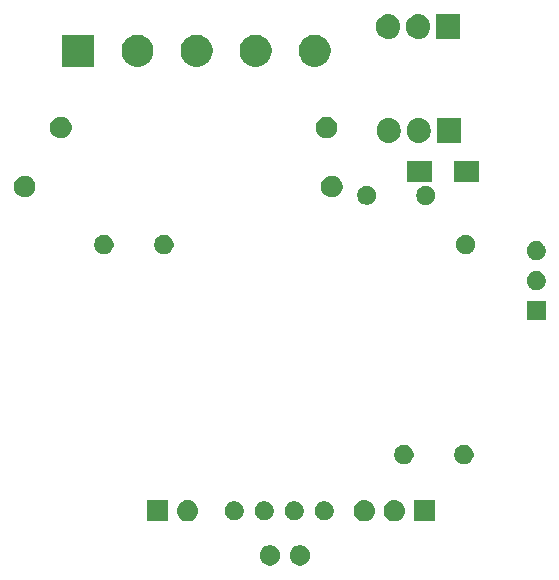
<source format=gbr>
G04 #@! TF.GenerationSoftware,KiCad,Pcbnew,(5.1.2)-2*
G04 #@! TF.CreationDate,2019-09-14T17:44:16+02:00*
G04 #@! TF.ProjectId,Inwall_Bot,496e7761-6c6c-45f4-926f-742e6b696361,rev?*
G04 #@! TF.SameCoordinates,Original*
G04 #@! TF.FileFunction,Soldermask,Bot*
G04 #@! TF.FilePolarity,Negative*
%FSLAX46Y46*%
G04 Gerber Fmt 4.6, Leading zero omitted, Abs format (unit mm)*
G04 Created by KiCad (PCBNEW (5.1.2)-2) date 2019-09-14 17:44:16*
%MOMM*%
%LPD*%
G04 APERTURE LIST*
%ADD10C,0.100000*%
G04 APERTURE END LIST*
D10*
G36*
X-70133212Y-73447144D02*
G01*
X-69976156Y-73512199D01*
X-69834809Y-73606644D01*
X-69714604Y-73726849D01*
X-69620159Y-73868196D01*
X-69555104Y-74025252D01*
X-69521940Y-74191982D01*
X-69521940Y-74361978D01*
X-69555104Y-74528708D01*
X-69620159Y-74685764D01*
X-69714604Y-74827111D01*
X-69834809Y-74947316D01*
X-69976156Y-75041761D01*
X-69976157Y-75041762D01*
X-69976158Y-75041762D01*
X-70133212Y-75106816D01*
X-70299941Y-75139980D01*
X-70469939Y-75139980D01*
X-70636668Y-75106816D01*
X-70793722Y-75041762D01*
X-70793723Y-75041762D01*
X-70793724Y-75041761D01*
X-70935071Y-74947316D01*
X-71055276Y-74827111D01*
X-71149721Y-74685764D01*
X-71214776Y-74528708D01*
X-71247940Y-74361978D01*
X-71247940Y-74191982D01*
X-71214776Y-74025252D01*
X-71149721Y-73868196D01*
X-71055276Y-73726849D01*
X-70935071Y-73606644D01*
X-70793724Y-73512199D01*
X-70636668Y-73447144D01*
X-70469939Y-73413980D01*
X-70299941Y-73413980D01*
X-70133212Y-73447144D01*
X-70133212Y-73447144D01*
G37*
G36*
X-72673212Y-73447144D02*
G01*
X-72516156Y-73512199D01*
X-72374809Y-73606644D01*
X-72254604Y-73726849D01*
X-72160159Y-73868196D01*
X-72095104Y-74025252D01*
X-72061940Y-74191982D01*
X-72061940Y-74361978D01*
X-72095104Y-74528708D01*
X-72160159Y-74685764D01*
X-72254604Y-74827111D01*
X-72374809Y-74947316D01*
X-72516156Y-75041761D01*
X-72516157Y-75041762D01*
X-72516158Y-75041762D01*
X-72673212Y-75106816D01*
X-72839941Y-75139980D01*
X-73009939Y-75139980D01*
X-73176668Y-75106816D01*
X-73333722Y-75041762D01*
X-73333723Y-75041762D01*
X-73333724Y-75041761D01*
X-73475071Y-74947316D01*
X-73595276Y-74827111D01*
X-73689721Y-74685764D01*
X-73754776Y-74528708D01*
X-73787940Y-74361978D01*
X-73787940Y-74191982D01*
X-73754776Y-74025252D01*
X-73689721Y-73868196D01*
X-73595276Y-73726849D01*
X-73475071Y-73606644D01*
X-73333724Y-73512199D01*
X-73176668Y-73447144D01*
X-73009939Y-73413980D01*
X-72839941Y-73413980D01*
X-72673212Y-73447144D01*
X-72673212Y-73447144D01*
G37*
G36*
X-81524000Y-71401000D02*
G01*
X-83326000Y-71401000D01*
X-83326000Y-69599000D01*
X-81524000Y-69599000D01*
X-81524000Y-71401000D01*
X-81524000Y-71401000D01*
G37*
G36*
X-64819558Y-69605518D02*
G01*
X-64753373Y-69612037D01*
X-64583534Y-69663557D01*
X-64427009Y-69747222D01*
X-64391271Y-69776552D01*
X-64289814Y-69859814D01*
X-64206552Y-69961271D01*
X-64177222Y-69997009D01*
X-64093557Y-70153534D01*
X-64042037Y-70323373D01*
X-64024641Y-70500000D01*
X-64042037Y-70676627D01*
X-64093557Y-70846466D01*
X-64177222Y-71002991D01*
X-64189749Y-71018255D01*
X-64289814Y-71140186D01*
X-64387643Y-71220471D01*
X-64427009Y-71252778D01*
X-64583534Y-71336443D01*
X-64753373Y-71387963D01*
X-64819557Y-71394481D01*
X-64885740Y-71401000D01*
X-64974260Y-71401000D01*
X-65040443Y-71394481D01*
X-65106627Y-71387963D01*
X-65276466Y-71336443D01*
X-65432991Y-71252778D01*
X-65472357Y-71220471D01*
X-65570186Y-71140186D01*
X-65670251Y-71018255D01*
X-65682778Y-71002991D01*
X-65766443Y-70846466D01*
X-65817963Y-70676627D01*
X-65835359Y-70500000D01*
X-65817963Y-70323373D01*
X-65766443Y-70153534D01*
X-65682778Y-69997009D01*
X-65653448Y-69961271D01*
X-65570186Y-69859814D01*
X-65468729Y-69776552D01*
X-65432991Y-69747222D01*
X-65276466Y-69663557D01*
X-65106627Y-69612037D01*
X-65040442Y-69605518D01*
X-64974260Y-69599000D01*
X-64885740Y-69599000D01*
X-64819558Y-69605518D01*
X-64819558Y-69605518D01*
G37*
G36*
X-62279558Y-69605518D02*
G01*
X-62213373Y-69612037D01*
X-62043534Y-69663557D01*
X-61887009Y-69747222D01*
X-61851271Y-69776552D01*
X-61749814Y-69859814D01*
X-61666552Y-69961271D01*
X-61637222Y-69997009D01*
X-61553557Y-70153534D01*
X-61502037Y-70323373D01*
X-61484641Y-70500000D01*
X-61502037Y-70676627D01*
X-61553557Y-70846466D01*
X-61637222Y-71002991D01*
X-61649749Y-71018255D01*
X-61749814Y-71140186D01*
X-61847643Y-71220471D01*
X-61887009Y-71252778D01*
X-62043534Y-71336443D01*
X-62213373Y-71387963D01*
X-62279557Y-71394481D01*
X-62345740Y-71401000D01*
X-62434260Y-71401000D01*
X-62500443Y-71394481D01*
X-62566627Y-71387963D01*
X-62736466Y-71336443D01*
X-62892991Y-71252778D01*
X-62932357Y-71220471D01*
X-63030186Y-71140186D01*
X-63130251Y-71018255D01*
X-63142778Y-71002991D01*
X-63226443Y-70846466D01*
X-63277963Y-70676627D01*
X-63295359Y-70500000D01*
X-63277963Y-70323373D01*
X-63226443Y-70153534D01*
X-63142778Y-69997009D01*
X-63113448Y-69961271D01*
X-63030186Y-69859814D01*
X-62928729Y-69776552D01*
X-62892991Y-69747222D01*
X-62736466Y-69663557D01*
X-62566627Y-69612037D01*
X-62500442Y-69605518D01*
X-62434260Y-69599000D01*
X-62345740Y-69599000D01*
X-62279558Y-69605518D01*
X-62279558Y-69605518D01*
G37*
G36*
X-58949000Y-71401000D02*
G01*
X-60751000Y-71401000D01*
X-60751000Y-69599000D01*
X-58949000Y-69599000D01*
X-58949000Y-71401000D01*
X-58949000Y-71401000D01*
G37*
G36*
X-79774558Y-69605518D02*
G01*
X-79708373Y-69612037D01*
X-79538534Y-69663557D01*
X-79382009Y-69747222D01*
X-79346271Y-69776552D01*
X-79244814Y-69859814D01*
X-79161552Y-69961271D01*
X-79132222Y-69997009D01*
X-79048557Y-70153534D01*
X-78997037Y-70323373D01*
X-78979641Y-70500000D01*
X-78997037Y-70676627D01*
X-79048557Y-70846466D01*
X-79132222Y-71002991D01*
X-79144749Y-71018255D01*
X-79244814Y-71140186D01*
X-79342643Y-71220471D01*
X-79382009Y-71252778D01*
X-79538534Y-71336443D01*
X-79708373Y-71387963D01*
X-79774557Y-71394481D01*
X-79840740Y-71401000D01*
X-79929260Y-71401000D01*
X-79995443Y-71394481D01*
X-80061627Y-71387963D01*
X-80231466Y-71336443D01*
X-80387991Y-71252778D01*
X-80427357Y-71220471D01*
X-80525186Y-71140186D01*
X-80625251Y-71018255D01*
X-80637778Y-71002991D01*
X-80721443Y-70846466D01*
X-80772963Y-70676627D01*
X-80790359Y-70500000D01*
X-80772963Y-70323373D01*
X-80721443Y-70153534D01*
X-80637778Y-69997009D01*
X-80608448Y-69961271D01*
X-80525186Y-69859814D01*
X-80423729Y-69776552D01*
X-80387991Y-69747222D01*
X-80231466Y-69663557D01*
X-80061627Y-69612037D01*
X-79995442Y-69605518D01*
X-79929260Y-69599000D01*
X-79840740Y-69599000D01*
X-79774558Y-69605518D01*
X-79774558Y-69605518D01*
G37*
G36*
X-75707858Y-69718242D02*
G01*
X-75559899Y-69779529D01*
X-75426745Y-69868499D01*
X-75313499Y-69981745D01*
X-75224529Y-70114899D01*
X-75163242Y-70262858D01*
X-75132000Y-70419925D01*
X-75132000Y-70580075D01*
X-75163242Y-70737142D01*
X-75224529Y-70885101D01*
X-75313499Y-71018255D01*
X-75426745Y-71131501D01*
X-75559899Y-71220471D01*
X-75707858Y-71281758D01*
X-75864925Y-71313000D01*
X-76025075Y-71313000D01*
X-76182142Y-71281758D01*
X-76330101Y-71220471D01*
X-76463255Y-71131501D01*
X-76576501Y-71018255D01*
X-76665471Y-70885101D01*
X-76726758Y-70737142D01*
X-76758000Y-70580075D01*
X-76758000Y-70419925D01*
X-76726758Y-70262858D01*
X-76665471Y-70114899D01*
X-76576501Y-69981745D01*
X-76463255Y-69868499D01*
X-76330101Y-69779529D01*
X-76182142Y-69718242D01*
X-76025075Y-69687000D01*
X-75864925Y-69687000D01*
X-75707858Y-69718242D01*
X-75707858Y-69718242D01*
G37*
G36*
X-68087858Y-69718242D02*
G01*
X-67939899Y-69779529D01*
X-67806745Y-69868499D01*
X-67693499Y-69981745D01*
X-67604529Y-70114899D01*
X-67543242Y-70262858D01*
X-67512000Y-70419925D01*
X-67512000Y-70580075D01*
X-67543242Y-70737142D01*
X-67604529Y-70885101D01*
X-67693499Y-71018255D01*
X-67806745Y-71131501D01*
X-67939899Y-71220471D01*
X-68087858Y-71281758D01*
X-68244925Y-71313000D01*
X-68405075Y-71313000D01*
X-68562142Y-71281758D01*
X-68710101Y-71220471D01*
X-68843255Y-71131501D01*
X-68956501Y-71018255D01*
X-69045471Y-70885101D01*
X-69106758Y-70737142D01*
X-69138000Y-70580075D01*
X-69138000Y-70419925D01*
X-69106758Y-70262858D01*
X-69045471Y-70114899D01*
X-68956501Y-69981745D01*
X-68843255Y-69868499D01*
X-68710101Y-69779529D01*
X-68562142Y-69718242D01*
X-68405075Y-69687000D01*
X-68244925Y-69687000D01*
X-68087858Y-69718242D01*
X-68087858Y-69718242D01*
G37*
G36*
X-70627858Y-69718242D02*
G01*
X-70479899Y-69779529D01*
X-70346745Y-69868499D01*
X-70233499Y-69981745D01*
X-70144529Y-70114899D01*
X-70083242Y-70262858D01*
X-70052000Y-70419925D01*
X-70052000Y-70580075D01*
X-70083242Y-70737142D01*
X-70144529Y-70885101D01*
X-70233499Y-71018255D01*
X-70346745Y-71131501D01*
X-70479899Y-71220471D01*
X-70627858Y-71281758D01*
X-70784925Y-71313000D01*
X-70945075Y-71313000D01*
X-71102142Y-71281758D01*
X-71250101Y-71220471D01*
X-71383255Y-71131501D01*
X-71496501Y-71018255D01*
X-71585471Y-70885101D01*
X-71646758Y-70737142D01*
X-71678000Y-70580075D01*
X-71678000Y-70419925D01*
X-71646758Y-70262858D01*
X-71585471Y-70114899D01*
X-71496501Y-69981745D01*
X-71383255Y-69868499D01*
X-71250101Y-69779529D01*
X-71102142Y-69718242D01*
X-70945075Y-69687000D01*
X-70784925Y-69687000D01*
X-70627858Y-69718242D01*
X-70627858Y-69718242D01*
G37*
G36*
X-73167858Y-69718242D02*
G01*
X-73019899Y-69779529D01*
X-72886745Y-69868499D01*
X-72773499Y-69981745D01*
X-72684529Y-70114899D01*
X-72623242Y-70262858D01*
X-72592000Y-70419925D01*
X-72592000Y-70580075D01*
X-72623242Y-70737142D01*
X-72684529Y-70885101D01*
X-72773499Y-71018255D01*
X-72886745Y-71131501D01*
X-73019899Y-71220471D01*
X-73167858Y-71281758D01*
X-73324925Y-71313000D01*
X-73485075Y-71313000D01*
X-73642142Y-71281758D01*
X-73790101Y-71220471D01*
X-73923255Y-71131501D01*
X-74036501Y-71018255D01*
X-74125471Y-70885101D01*
X-74186758Y-70737142D01*
X-74218000Y-70580075D01*
X-74218000Y-70419925D01*
X-74186758Y-70262858D01*
X-74125471Y-70114899D01*
X-74036501Y-69981745D01*
X-73923255Y-69868499D01*
X-73790101Y-69779529D01*
X-73642142Y-69718242D01*
X-73485075Y-69687000D01*
X-73324925Y-69687000D01*
X-73167858Y-69718242D01*
X-73167858Y-69718242D01*
G37*
G36*
X-56247858Y-64958242D02*
G01*
X-56099899Y-65019529D01*
X-55966745Y-65108499D01*
X-55853499Y-65221745D01*
X-55764529Y-65354899D01*
X-55703242Y-65502858D01*
X-55672000Y-65659925D01*
X-55672000Y-65820075D01*
X-55703242Y-65977142D01*
X-55764529Y-66125101D01*
X-55853499Y-66258255D01*
X-55966745Y-66371501D01*
X-56099899Y-66460471D01*
X-56247858Y-66521758D01*
X-56404925Y-66553000D01*
X-56565075Y-66553000D01*
X-56722142Y-66521758D01*
X-56870101Y-66460471D01*
X-57003255Y-66371501D01*
X-57116501Y-66258255D01*
X-57205471Y-66125101D01*
X-57266758Y-65977142D01*
X-57298000Y-65820075D01*
X-57298000Y-65659925D01*
X-57266758Y-65502858D01*
X-57205471Y-65354899D01*
X-57116501Y-65221745D01*
X-57003255Y-65108499D01*
X-56870101Y-65019529D01*
X-56722142Y-64958242D01*
X-56565075Y-64927000D01*
X-56404925Y-64927000D01*
X-56247858Y-64958242D01*
X-56247858Y-64958242D01*
G37*
G36*
X-61327858Y-64958242D02*
G01*
X-61179899Y-65019529D01*
X-61046745Y-65108499D01*
X-60933499Y-65221745D01*
X-60844529Y-65354899D01*
X-60783242Y-65502858D01*
X-60752000Y-65659925D01*
X-60752000Y-65820075D01*
X-60783242Y-65977142D01*
X-60844529Y-66125101D01*
X-60933499Y-66258255D01*
X-61046745Y-66371501D01*
X-61179899Y-66460471D01*
X-61327858Y-66521758D01*
X-61484925Y-66553000D01*
X-61645075Y-66553000D01*
X-61802142Y-66521758D01*
X-61950101Y-66460471D01*
X-62083255Y-66371501D01*
X-62196501Y-66258255D01*
X-62285471Y-66125101D01*
X-62346758Y-65977142D01*
X-62378000Y-65820075D01*
X-62378000Y-65659925D01*
X-62346758Y-65502858D01*
X-62285471Y-65354899D01*
X-62196501Y-65221745D01*
X-62083255Y-65108499D01*
X-61950101Y-65019529D01*
X-61802142Y-64958242D01*
X-61645075Y-64927000D01*
X-61484925Y-64927000D01*
X-61327858Y-64958242D01*
X-61327858Y-64958242D01*
G37*
G36*
X-49574000Y-54351000D02*
G01*
X-51176000Y-54351000D01*
X-51176000Y-52749000D01*
X-49574000Y-52749000D01*
X-49574000Y-54351000D01*
X-49574000Y-54351000D01*
G37*
G36*
X-50141358Y-50239781D02*
G01*
X-49995586Y-50300162D01*
X-49995584Y-50300163D01*
X-49864392Y-50387822D01*
X-49752822Y-50499392D01*
X-49665163Y-50630584D01*
X-49665162Y-50630586D01*
X-49604781Y-50776358D01*
X-49574000Y-50931107D01*
X-49574000Y-51088893D01*
X-49604781Y-51243642D01*
X-49665162Y-51389414D01*
X-49665163Y-51389416D01*
X-49752822Y-51520608D01*
X-49864392Y-51632178D01*
X-49995584Y-51719837D01*
X-49995585Y-51719838D01*
X-49995586Y-51719838D01*
X-50141358Y-51780219D01*
X-50296107Y-51811000D01*
X-50453893Y-51811000D01*
X-50608642Y-51780219D01*
X-50754414Y-51719838D01*
X-50754415Y-51719838D01*
X-50754416Y-51719837D01*
X-50885608Y-51632178D01*
X-50997178Y-51520608D01*
X-51084837Y-51389416D01*
X-51084838Y-51389414D01*
X-51145219Y-51243642D01*
X-51176000Y-51088893D01*
X-51176000Y-50931107D01*
X-51145219Y-50776358D01*
X-51084838Y-50630586D01*
X-51084837Y-50630584D01*
X-50997178Y-50499392D01*
X-50885608Y-50387822D01*
X-50754416Y-50300163D01*
X-50754414Y-50300162D01*
X-50608642Y-50239781D01*
X-50453893Y-50209000D01*
X-50296107Y-50209000D01*
X-50141358Y-50239781D01*
X-50141358Y-50239781D01*
G37*
G36*
X-50141358Y-47699781D02*
G01*
X-49995586Y-47760162D01*
X-49995584Y-47760163D01*
X-49864392Y-47847822D01*
X-49752822Y-47959392D01*
X-49698912Y-48040075D01*
X-49665162Y-48090586D01*
X-49604781Y-48236358D01*
X-49574000Y-48391107D01*
X-49574000Y-48548893D01*
X-49604781Y-48703642D01*
X-49665162Y-48849414D01*
X-49665163Y-48849416D01*
X-49752822Y-48980608D01*
X-49864392Y-49092178D01*
X-49995584Y-49179837D01*
X-49995585Y-49179838D01*
X-49995586Y-49179838D01*
X-50141358Y-49240219D01*
X-50296107Y-49271000D01*
X-50453893Y-49271000D01*
X-50608642Y-49240219D01*
X-50754414Y-49179838D01*
X-50754415Y-49179838D01*
X-50754416Y-49179837D01*
X-50885608Y-49092178D01*
X-50997178Y-48980608D01*
X-51084837Y-48849416D01*
X-51084838Y-48849414D01*
X-51145219Y-48703642D01*
X-51176000Y-48548893D01*
X-51176000Y-48391107D01*
X-51145219Y-48236358D01*
X-51084838Y-48090586D01*
X-51051088Y-48040075D01*
X-50997178Y-47959392D01*
X-50885608Y-47847822D01*
X-50754416Y-47760163D01*
X-50754414Y-47760162D01*
X-50608642Y-47699781D01*
X-50453893Y-47669000D01*
X-50296107Y-47669000D01*
X-50141358Y-47699781D01*
X-50141358Y-47699781D01*
G37*
G36*
X-86727858Y-47178242D02*
G01*
X-86579899Y-47239529D01*
X-86446745Y-47328499D01*
X-86333499Y-47441745D01*
X-86244529Y-47574899D01*
X-86183242Y-47722858D01*
X-86152000Y-47879925D01*
X-86152000Y-48040075D01*
X-86183242Y-48197142D01*
X-86244529Y-48345101D01*
X-86333499Y-48478255D01*
X-86446745Y-48591501D01*
X-86579899Y-48680471D01*
X-86727858Y-48741758D01*
X-86884925Y-48773000D01*
X-87045075Y-48773000D01*
X-87202142Y-48741758D01*
X-87350101Y-48680471D01*
X-87483255Y-48591501D01*
X-87596501Y-48478255D01*
X-87685471Y-48345101D01*
X-87746758Y-48197142D01*
X-87778000Y-48040075D01*
X-87778000Y-47879925D01*
X-87746758Y-47722858D01*
X-87685471Y-47574899D01*
X-87596501Y-47441745D01*
X-87483255Y-47328499D01*
X-87350101Y-47239529D01*
X-87202142Y-47178242D01*
X-87045075Y-47147000D01*
X-86884925Y-47147000D01*
X-86727858Y-47178242D01*
X-86727858Y-47178242D01*
G37*
G36*
X-81647858Y-47178242D02*
G01*
X-81499899Y-47239529D01*
X-81366745Y-47328499D01*
X-81253499Y-47441745D01*
X-81164529Y-47574899D01*
X-81103242Y-47722858D01*
X-81072000Y-47879925D01*
X-81072000Y-48040075D01*
X-81103242Y-48197142D01*
X-81164529Y-48345101D01*
X-81253499Y-48478255D01*
X-81366745Y-48591501D01*
X-81499899Y-48680471D01*
X-81647858Y-48741758D01*
X-81804925Y-48773000D01*
X-81965075Y-48773000D01*
X-82122142Y-48741758D01*
X-82270101Y-48680471D01*
X-82403255Y-48591501D01*
X-82516501Y-48478255D01*
X-82605471Y-48345101D01*
X-82666758Y-48197142D01*
X-82698000Y-48040075D01*
X-82698000Y-47879925D01*
X-82666758Y-47722858D01*
X-82605471Y-47574899D01*
X-82516501Y-47441745D01*
X-82403255Y-47328499D01*
X-82270101Y-47239529D01*
X-82122142Y-47178242D01*
X-81965075Y-47147000D01*
X-81804925Y-47147000D01*
X-81647858Y-47178242D01*
X-81647858Y-47178242D01*
G37*
G36*
X-56097858Y-47178242D02*
G01*
X-55949899Y-47239529D01*
X-55816745Y-47328499D01*
X-55703499Y-47441745D01*
X-55614529Y-47574899D01*
X-55553242Y-47722858D01*
X-55522000Y-47879925D01*
X-55522000Y-48040075D01*
X-55553242Y-48197142D01*
X-55614529Y-48345101D01*
X-55703499Y-48478255D01*
X-55816745Y-48591501D01*
X-55949899Y-48680471D01*
X-56097858Y-48741758D01*
X-56254925Y-48773000D01*
X-56415075Y-48773000D01*
X-56572142Y-48741758D01*
X-56720101Y-48680471D01*
X-56853255Y-48591501D01*
X-56966501Y-48478255D01*
X-57055471Y-48345101D01*
X-57116758Y-48197142D01*
X-57148000Y-48040075D01*
X-57148000Y-47879925D01*
X-57116758Y-47722858D01*
X-57055471Y-47574899D01*
X-56966501Y-47441745D01*
X-56853255Y-47328499D01*
X-56720101Y-47239529D01*
X-56572142Y-47178242D01*
X-56415075Y-47147000D01*
X-56254925Y-47147000D01*
X-56097858Y-47178242D01*
X-56097858Y-47178242D01*
G37*
G36*
X-59491358Y-43029781D02*
G01*
X-59345586Y-43090162D01*
X-59345584Y-43090163D01*
X-59214392Y-43177822D01*
X-59102822Y-43289392D01*
X-59028739Y-43400266D01*
X-59015162Y-43420586D01*
X-58954781Y-43566358D01*
X-58924000Y-43721107D01*
X-58924000Y-43878893D01*
X-58954781Y-44033642D01*
X-59006745Y-44159094D01*
X-59015163Y-44179416D01*
X-59102822Y-44310608D01*
X-59214392Y-44422178D01*
X-59345584Y-44509837D01*
X-59345585Y-44509838D01*
X-59345586Y-44509838D01*
X-59491358Y-44570219D01*
X-59646107Y-44601000D01*
X-59803893Y-44601000D01*
X-59958642Y-44570219D01*
X-60104414Y-44509838D01*
X-60104415Y-44509838D01*
X-60104416Y-44509837D01*
X-60235608Y-44422178D01*
X-60347178Y-44310608D01*
X-60434837Y-44179416D01*
X-60443255Y-44159094D01*
X-60495219Y-44033642D01*
X-60526000Y-43878893D01*
X-60526000Y-43721107D01*
X-60495219Y-43566358D01*
X-60434838Y-43420586D01*
X-60421261Y-43400266D01*
X-60347178Y-43289392D01*
X-60235608Y-43177822D01*
X-60104416Y-43090163D01*
X-60104414Y-43090162D01*
X-59958642Y-43029781D01*
X-59803893Y-42999000D01*
X-59646107Y-42999000D01*
X-59491358Y-43029781D01*
X-59491358Y-43029781D01*
G37*
G36*
X-64491358Y-43009461D02*
G01*
X-64345586Y-43069842D01*
X-64345584Y-43069843D01*
X-64214392Y-43157502D01*
X-64102822Y-43269072D01*
X-64015163Y-43400264D01*
X-64015162Y-43400266D01*
X-63954781Y-43546038D01*
X-63924000Y-43700787D01*
X-63924000Y-43858573D01*
X-63954781Y-44013322D01*
X-64015162Y-44159094D01*
X-64015163Y-44159096D01*
X-64102822Y-44290288D01*
X-64214392Y-44401858D01*
X-64345584Y-44489517D01*
X-64345585Y-44489518D01*
X-64345586Y-44489518D01*
X-64491358Y-44549899D01*
X-64646107Y-44580680D01*
X-64803893Y-44580680D01*
X-64958642Y-44549899D01*
X-65104414Y-44489518D01*
X-65104415Y-44489518D01*
X-65104416Y-44489517D01*
X-65235608Y-44401858D01*
X-65347178Y-44290288D01*
X-65434837Y-44159096D01*
X-65434838Y-44159094D01*
X-65495219Y-44013322D01*
X-65526000Y-43858573D01*
X-65526000Y-43700787D01*
X-65495219Y-43546038D01*
X-65434838Y-43400266D01*
X-65434837Y-43400264D01*
X-65347178Y-43269072D01*
X-65235608Y-43157502D01*
X-65104416Y-43069843D01*
X-65104414Y-43069842D01*
X-64958642Y-43009461D01*
X-64803893Y-42978680D01*
X-64646107Y-42978680D01*
X-64491358Y-43009461D01*
X-64491358Y-43009461D01*
G37*
G36*
X-93496883Y-42154543D02*
G01*
X-93408688Y-42172086D01*
X-93242532Y-42240910D01*
X-93092996Y-42340826D01*
X-92965826Y-42467996D01*
X-92865910Y-42617532D01*
X-92797086Y-42783688D01*
X-92797086Y-42783689D01*
X-92762000Y-42960076D01*
X-92762000Y-43139924D01*
X-92797086Y-43316312D01*
X-92865910Y-43482468D01*
X-92965826Y-43632004D01*
X-93092996Y-43759174D01*
X-93242532Y-43859090D01*
X-93408688Y-43927914D01*
X-93585076Y-43963000D01*
X-93764924Y-43963000D01*
X-93941312Y-43927914D01*
X-94107468Y-43859090D01*
X-94257004Y-43759174D01*
X-94384174Y-43632004D01*
X-94484090Y-43482468D01*
X-94552914Y-43316312D01*
X-94588000Y-43139924D01*
X-94588000Y-42960076D01*
X-94552914Y-42783689D01*
X-94552914Y-42783688D01*
X-94484090Y-42617532D01*
X-94384174Y-42467996D01*
X-94257004Y-42340826D01*
X-94107468Y-42240910D01*
X-93941312Y-42172086D01*
X-93853117Y-42154543D01*
X-93764924Y-42137000D01*
X-93585076Y-42137000D01*
X-93496883Y-42154543D01*
X-93496883Y-42154543D01*
G37*
G36*
X-67496883Y-42154543D02*
G01*
X-67408688Y-42172086D01*
X-67242532Y-42240910D01*
X-67092996Y-42340826D01*
X-66965826Y-42467996D01*
X-66865910Y-42617532D01*
X-66797086Y-42783688D01*
X-66797086Y-42783689D01*
X-66762000Y-42960076D01*
X-66762000Y-43139924D01*
X-66797086Y-43316312D01*
X-66865910Y-43482468D01*
X-66965826Y-43632004D01*
X-67092996Y-43759174D01*
X-67242532Y-43859090D01*
X-67408688Y-43927914D01*
X-67585076Y-43963000D01*
X-67764924Y-43963000D01*
X-67941312Y-43927914D01*
X-68107468Y-43859090D01*
X-68257004Y-43759174D01*
X-68384174Y-43632004D01*
X-68484090Y-43482468D01*
X-68552914Y-43316312D01*
X-68588000Y-43139924D01*
X-68588000Y-42960076D01*
X-68552914Y-42783689D01*
X-68552914Y-42783688D01*
X-68484090Y-42617532D01*
X-68384174Y-42467996D01*
X-68257004Y-42340826D01*
X-68107468Y-42240910D01*
X-67941312Y-42172086D01*
X-67853117Y-42154543D01*
X-67764924Y-42137000D01*
X-67585076Y-42137000D01*
X-67496883Y-42154543D01*
X-67496883Y-42154543D01*
G37*
G36*
X-55224000Y-42701000D02*
G01*
X-57326000Y-42701000D01*
X-57326000Y-40899000D01*
X-55224000Y-40899000D01*
X-55224000Y-42701000D01*
X-55224000Y-42701000D01*
G37*
G36*
X-59224000Y-42701000D02*
G01*
X-61326000Y-42701000D01*
X-61326000Y-40899000D01*
X-59224000Y-40899000D01*
X-59224000Y-42701000D01*
X-59224000Y-42701000D01*
G37*
G36*
X-62658280Y-37263520D02*
G01*
X-62469119Y-37320901D01*
X-62294788Y-37414083D01*
X-62141985Y-37539485D01*
X-62016583Y-37692288D01*
X-61972818Y-37774167D01*
X-61923402Y-37866617D01*
X-61923401Y-37866620D01*
X-61866020Y-38055781D01*
X-61851500Y-38203207D01*
X-61851500Y-38396794D01*
X-61866020Y-38544220D01*
X-61923401Y-38733381D01*
X-62016583Y-38907712D01*
X-62141985Y-39060515D01*
X-62294788Y-39185917D01*
X-62376667Y-39229682D01*
X-62469117Y-39279098D01*
X-62469120Y-39279099D01*
X-62658281Y-39336480D01*
X-62855000Y-39355855D01*
X-63051720Y-39336480D01*
X-63240881Y-39279099D01*
X-63415212Y-39185917D01*
X-63568015Y-39060515D01*
X-63693417Y-38907712D01*
X-63772812Y-38759174D01*
X-63786598Y-38733383D01*
X-63817351Y-38632003D01*
X-63843980Y-38544219D01*
X-63858500Y-38396793D01*
X-63858500Y-38203206D01*
X-63843980Y-38055780D01*
X-63786599Y-37866619D01*
X-63693417Y-37692288D01*
X-63568015Y-37539485D01*
X-63415212Y-37414083D01*
X-63240880Y-37320901D01*
X-63051719Y-37263520D01*
X-62855000Y-37244145D01*
X-62658280Y-37263520D01*
X-62658280Y-37263520D01*
G37*
G36*
X-60118280Y-37263520D02*
G01*
X-59929119Y-37320901D01*
X-59754788Y-37414083D01*
X-59601985Y-37539485D01*
X-59476583Y-37692288D01*
X-59432818Y-37774167D01*
X-59383402Y-37866617D01*
X-59383401Y-37866620D01*
X-59326020Y-38055781D01*
X-59311500Y-38203207D01*
X-59311500Y-38396794D01*
X-59326020Y-38544220D01*
X-59383401Y-38733381D01*
X-59476583Y-38907712D01*
X-59601985Y-39060515D01*
X-59754788Y-39185917D01*
X-59836667Y-39229682D01*
X-59929117Y-39279098D01*
X-59929120Y-39279099D01*
X-60118281Y-39336480D01*
X-60315000Y-39355855D01*
X-60511720Y-39336480D01*
X-60700881Y-39279099D01*
X-60875212Y-39185917D01*
X-61028015Y-39060515D01*
X-61153417Y-38907712D01*
X-61232812Y-38759174D01*
X-61246598Y-38733383D01*
X-61277351Y-38632003D01*
X-61303980Y-38544219D01*
X-61318500Y-38396793D01*
X-61318500Y-38203206D01*
X-61303980Y-38055780D01*
X-61246599Y-37866619D01*
X-61153417Y-37692288D01*
X-61028015Y-37539485D01*
X-60875212Y-37414083D01*
X-60700880Y-37320901D01*
X-60511719Y-37263520D01*
X-60315000Y-37244145D01*
X-60118280Y-37263520D01*
X-60118280Y-37263520D01*
G37*
G36*
X-56771500Y-39351000D02*
G01*
X-58778500Y-39351000D01*
X-58778500Y-37249000D01*
X-56771500Y-37249000D01*
X-56771500Y-39351000D01*
X-56771500Y-39351000D01*
G37*
G36*
X-67858688Y-37172086D02*
G01*
X-67692532Y-37240910D01*
X-67542996Y-37340826D01*
X-67415826Y-37467996D01*
X-67315910Y-37617532D01*
X-67247086Y-37783688D01*
X-67212000Y-37960077D01*
X-67212000Y-38139923D01*
X-67247086Y-38316312D01*
X-67315910Y-38482468D01*
X-67415826Y-38632004D01*
X-67542996Y-38759174D01*
X-67692532Y-38859090D01*
X-67858688Y-38927914D01*
X-67946883Y-38945457D01*
X-68035076Y-38963000D01*
X-68214924Y-38963000D01*
X-68303117Y-38945457D01*
X-68391312Y-38927914D01*
X-68557468Y-38859090D01*
X-68707004Y-38759174D01*
X-68834174Y-38632004D01*
X-68934090Y-38482468D01*
X-69002914Y-38316312D01*
X-69038000Y-38139923D01*
X-69038000Y-37960077D01*
X-69002914Y-37783688D01*
X-68934090Y-37617532D01*
X-68834174Y-37467996D01*
X-68707004Y-37340826D01*
X-68557468Y-37240910D01*
X-68391312Y-37172086D01*
X-68214924Y-37137000D01*
X-68035076Y-37137000D01*
X-67858688Y-37172086D01*
X-67858688Y-37172086D01*
G37*
G36*
X-90358688Y-37172086D02*
G01*
X-90192532Y-37240910D01*
X-90042996Y-37340826D01*
X-89915826Y-37467996D01*
X-89815910Y-37617532D01*
X-89747086Y-37783688D01*
X-89712000Y-37960077D01*
X-89712000Y-38139923D01*
X-89747086Y-38316312D01*
X-89815910Y-38482468D01*
X-89915826Y-38632004D01*
X-90042996Y-38759174D01*
X-90192532Y-38859090D01*
X-90358688Y-38927914D01*
X-90446883Y-38945457D01*
X-90535076Y-38963000D01*
X-90714924Y-38963000D01*
X-90803117Y-38945457D01*
X-90891312Y-38927914D01*
X-91057468Y-38859090D01*
X-91207004Y-38759174D01*
X-91334174Y-38632004D01*
X-91434090Y-38482468D01*
X-91502914Y-38316312D01*
X-91538000Y-38139923D01*
X-91538000Y-37960077D01*
X-91502914Y-37783688D01*
X-91434090Y-37617532D01*
X-91334174Y-37467996D01*
X-91207004Y-37340826D01*
X-91057468Y-37240910D01*
X-90891312Y-37172086D01*
X-90714924Y-37137000D01*
X-90535076Y-37137000D01*
X-90358688Y-37172086D01*
X-90358688Y-37172086D01*
G37*
G36*
X-87774000Y-32901000D02*
G01*
X-90476000Y-32901000D01*
X-90476000Y-30199000D01*
X-87774000Y-30199000D01*
X-87774000Y-32901000D01*
X-87774000Y-32901000D01*
G37*
G36*
X-83730928Y-30250918D02*
G01*
X-83485061Y-30352759D01*
X-83435437Y-30385917D01*
X-83295982Y-30479098D01*
X-83263788Y-30500610D01*
X-83075610Y-30688788D01*
X-82927759Y-30910061D01*
X-82825918Y-31155928D01*
X-82774000Y-31416938D01*
X-82774000Y-31683062D01*
X-82825918Y-31944072D01*
X-82927759Y-32189939D01*
X-83075610Y-32411212D01*
X-83263788Y-32599390D01*
X-83485061Y-32747241D01*
X-83485062Y-32747242D01*
X-83485063Y-32747242D01*
X-83730928Y-32849082D01*
X-83991937Y-32901000D01*
X-84258063Y-32901000D01*
X-84519072Y-32849082D01*
X-84764937Y-32747242D01*
X-84764938Y-32747242D01*
X-84764939Y-32747241D01*
X-84986212Y-32599390D01*
X-85174390Y-32411212D01*
X-85322241Y-32189939D01*
X-85424082Y-31944072D01*
X-85476000Y-31683062D01*
X-85476000Y-31416938D01*
X-85424082Y-31155928D01*
X-85322241Y-30910061D01*
X-85174390Y-30688788D01*
X-84986212Y-30500610D01*
X-84954017Y-30479098D01*
X-84814563Y-30385917D01*
X-84764939Y-30352759D01*
X-84519072Y-30250918D01*
X-84258063Y-30199000D01*
X-83991937Y-30199000D01*
X-83730928Y-30250918D01*
X-83730928Y-30250918D01*
G37*
G36*
X-78730928Y-30250918D02*
G01*
X-78485061Y-30352759D01*
X-78435437Y-30385917D01*
X-78295982Y-30479098D01*
X-78263788Y-30500610D01*
X-78075610Y-30688788D01*
X-77927759Y-30910061D01*
X-77825918Y-31155928D01*
X-77774000Y-31416938D01*
X-77774000Y-31683062D01*
X-77825918Y-31944072D01*
X-77927759Y-32189939D01*
X-78075610Y-32411212D01*
X-78263788Y-32599390D01*
X-78485061Y-32747241D01*
X-78485062Y-32747242D01*
X-78485063Y-32747242D01*
X-78730928Y-32849082D01*
X-78991937Y-32901000D01*
X-79258063Y-32901000D01*
X-79519072Y-32849082D01*
X-79764937Y-32747242D01*
X-79764938Y-32747242D01*
X-79764939Y-32747241D01*
X-79986212Y-32599390D01*
X-80174390Y-32411212D01*
X-80322241Y-32189939D01*
X-80424082Y-31944072D01*
X-80476000Y-31683062D01*
X-80476000Y-31416938D01*
X-80424082Y-31155928D01*
X-80322241Y-30910061D01*
X-80174390Y-30688788D01*
X-79986212Y-30500610D01*
X-79954017Y-30479098D01*
X-79814563Y-30385917D01*
X-79764939Y-30352759D01*
X-79519072Y-30250918D01*
X-79258063Y-30199000D01*
X-78991937Y-30199000D01*
X-78730928Y-30250918D01*
X-78730928Y-30250918D01*
G37*
G36*
X-68730928Y-30250918D02*
G01*
X-68485061Y-30352759D01*
X-68435437Y-30385917D01*
X-68295982Y-30479098D01*
X-68263788Y-30500610D01*
X-68075610Y-30688788D01*
X-67927759Y-30910061D01*
X-67825918Y-31155928D01*
X-67774000Y-31416938D01*
X-67774000Y-31683062D01*
X-67825918Y-31944072D01*
X-67927759Y-32189939D01*
X-68075610Y-32411212D01*
X-68263788Y-32599390D01*
X-68485061Y-32747241D01*
X-68485062Y-32747242D01*
X-68485063Y-32747242D01*
X-68730928Y-32849082D01*
X-68991937Y-32901000D01*
X-69258063Y-32901000D01*
X-69519072Y-32849082D01*
X-69764937Y-32747242D01*
X-69764938Y-32747242D01*
X-69764939Y-32747241D01*
X-69986212Y-32599390D01*
X-70174390Y-32411212D01*
X-70322241Y-32189939D01*
X-70424082Y-31944072D01*
X-70476000Y-31683062D01*
X-70476000Y-31416938D01*
X-70424082Y-31155928D01*
X-70322241Y-30910061D01*
X-70174390Y-30688788D01*
X-69986212Y-30500610D01*
X-69954017Y-30479098D01*
X-69814563Y-30385917D01*
X-69764939Y-30352759D01*
X-69519072Y-30250918D01*
X-69258063Y-30199000D01*
X-68991937Y-30199000D01*
X-68730928Y-30250918D01*
X-68730928Y-30250918D01*
G37*
G36*
X-73730928Y-30250918D02*
G01*
X-73485061Y-30352759D01*
X-73435437Y-30385917D01*
X-73295982Y-30479098D01*
X-73263788Y-30500610D01*
X-73075610Y-30688788D01*
X-72927759Y-30910061D01*
X-72825918Y-31155928D01*
X-72774000Y-31416938D01*
X-72774000Y-31683062D01*
X-72825918Y-31944072D01*
X-72927759Y-32189939D01*
X-73075610Y-32411212D01*
X-73263788Y-32599390D01*
X-73485061Y-32747241D01*
X-73485062Y-32747242D01*
X-73485063Y-32747242D01*
X-73730928Y-32849082D01*
X-73991937Y-32901000D01*
X-74258063Y-32901000D01*
X-74519072Y-32849082D01*
X-74764937Y-32747242D01*
X-74764938Y-32747242D01*
X-74764939Y-32747241D01*
X-74986212Y-32599390D01*
X-75174390Y-32411212D01*
X-75322241Y-32189939D01*
X-75424082Y-31944072D01*
X-75476000Y-31683062D01*
X-75476000Y-31416938D01*
X-75424082Y-31155928D01*
X-75322241Y-30910061D01*
X-75174390Y-30688788D01*
X-74986212Y-30500610D01*
X-74954017Y-30479098D01*
X-74814563Y-30385917D01*
X-74764939Y-30352759D01*
X-74519072Y-30250918D01*
X-74258063Y-30199000D01*
X-73991937Y-30199000D01*
X-73730928Y-30250918D01*
X-73730928Y-30250918D01*
G37*
G36*
X-62708280Y-28463520D02*
G01*
X-62519119Y-28520901D01*
X-62344788Y-28614083D01*
X-62191985Y-28739485D01*
X-62066583Y-28892288D01*
X-62022818Y-28974167D01*
X-61973402Y-29066617D01*
X-61973401Y-29066620D01*
X-61916020Y-29255781D01*
X-61901500Y-29403207D01*
X-61901500Y-29596794D01*
X-61916020Y-29744220D01*
X-61973401Y-29933381D01*
X-62066583Y-30107712D01*
X-62191985Y-30260515D01*
X-62344788Y-30385917D01*
X-62426667Y-30429682D01*
X-62519117Y-30479098D01*
X-62519120Y-30479099D01*
X-62708281Y-30536480D01*
X-62905000Y-30555855D01*
X-63101720Y-30536480D01*
X-63290881Y-30479099D01*
X-63465212Y-30385917D01*
X-63618015Y-30260515D01*
X-63743417Y-30107712D01*
X-63787182Y-30025833D01*
X-63836598Y-29933383D01*
X-63836599Y-29933380D01*
X-63893980Y-29744219D01*
X-63908500Y-29596793D01*
X-63908500Y-29403206D01*
X-63893980Y-29255780D01*
X-63836599Y-29066619D01*
X-63743417Y-28892288D01*
X-63618015Y-28739485D01*
X-63465212Y-28614083D01*
X-63290880Y-28520901D01*
X-63101719Y-28463520D01*
X-62905000Y-28444145D01*
X-62708280Y-28463520D01*
X-62708280Y-28463520D01*
G37*
G36*
X-60168280Y-28463520D02*
G01*
X-59979119Y-28520901D01*
X-59804788Y-28614083D01*
X-59651985Y-28739485D01*
X-59526583Y-28892288D01*
X-59482818Y-28974167D01*
X-59433402Y-29066617D01*
X-59433401Y-29066620D01*
X-59376020Y-29255781D01*
X-59361500Y-29403207D01*
X-59361500Y-29596794D01*
X-59376020Y-29744220D01*
X-59433401Y-29933381D01*
X-59526583Y-30107712D01*
X-59651985Y-30260515D01*
X-59804788Y-30385917D01*
X-59886667Y-30429682D01*
X-59979117Y-30479098D01*
X-59979120Y-30479099D01*
X-60168281Y-30536480D01*
X-60365000Y-30555855D01*
X-60561720Y-30536480D01*
X-60750881Y-30479099D01*
X-60925212Y-30385917D01*
X-61078015Y-30260515D01*
X-61203417Y-30107712D01*
X-61247182Y-30025833D01*
X-61296598Y-29933383D01*
X-61296599Y-29933380D01*
X-61353980Y-29744219D01*
X-61368500Y-29596793D01*
X-61368500Y-29403206D01*
X-61353980Y-29255780D01*
X-61296599Y-29066619D01*
X-61203417Y-28892288D01*
X-61078015Y-28739485D01*
X-60925212Y-28614083D01*
X-60750880Y-28520901D01*
X-60561719Y-28463520D01*
X-60365000Y-28444145D01*
X-60168280Y-28463520D01*
X-60168280Y-28463520D01*
G37*
G36*
X-56821500Y-30551000D02*
G01*
X-58828500Y-30551000D01*
X-58828500Y-28449000D01*
X-56821500Y-28449000D01*
X-56821500Y-30551000D01*
X-56821500Y-30551000D01*
G37*
M02*

</source>
